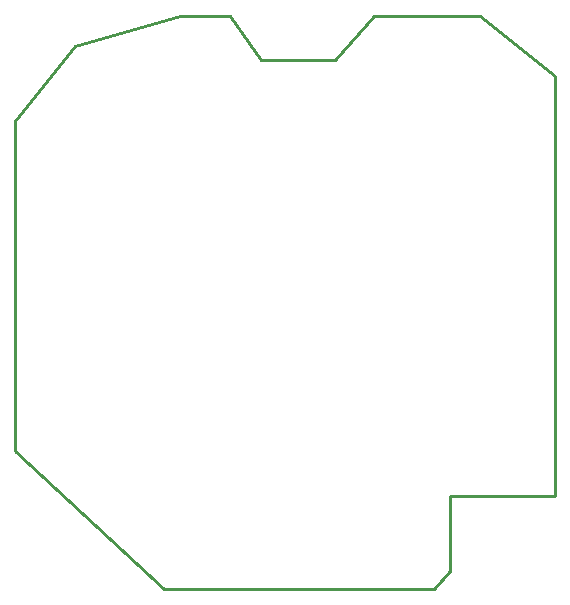
<source format=gbp>
G75*
%MOIN*%
%OFA0B0*%
%FSLAX25Y25*%
%IPPOS*%
%LPD*%
%AMOC8*
5,1,8,0,0,1.08239X$1,22.5*
%
%ADD10C,0.01000*%
D10*
X0001500Y0051000D02*
X0001500Y0161000D01*
X0021500Y0186000D01*
X0056500Y0196000D01*
X0073000Y0196000D01*
X0083606Y0181425D01*
X0108106Y0181425D01*
X0121000Y0196000D01*
X0156500Y0196000D01*
X0181500Y0176000D01*
X0181500Y0036000D01*
X0146500Y0036000D01*
X0146500Y0011000D01*
X0141000Y0005000D01*
X0051000Y0005000D01*
X0001500Y0051000D01*
M02*

</source>
